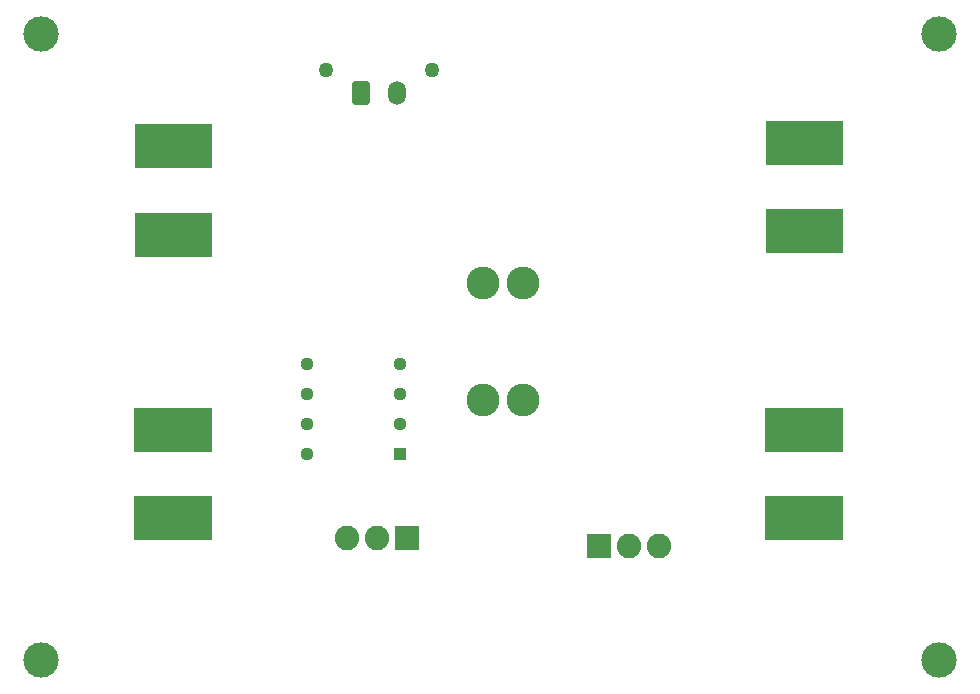
<source format=gbs>
G04 #@! TF.GenerationSoftware,KiCad,Pcbnew,(6.0.7)*
G04 #@! TF.CreationDate,2023-01-28T12:42:34-06:00*
G04 #@! TF.ProjectId,Power-Secondary,506f7765-722d-4536-9563-6f6e64617279,rev?*
G04 #@! TF.SameCoordinates,Original*
G04 #@! TF.FileFunction,Soldermask,Bot*
G04 #@! TF.FilePolarity,Negative*
%FSLAX46Y46*%
G04 Gerber Fmt 4.6, Leading zero omitted, Abs format (unit mm)*
G04 Created by KiCad (PCBNEW (6.0.7)) date 2023-01-28 12:42:34*
%MOMM*%
%LPD*%
G01*
G04 APERTURE LIST*
G04 Aperture macros list*
%AMRoundRect*
0 Rectangle with rounded corners*
0 $1 Rounding radius*
0 $2 $3 $4 $5 $6 $7 $8 $9 X,Y pos of 4 corners*
0 Add a 4 corners polygon primitive as box body*
4,1,4,$2,$3,$4,$5,$6,$7,$8,$9,$2,$3,0*
0 Add four circle primitives for the rounded corners*
1,1,$1+$1,$2,$3*
1,1,$1+$1,$4,$5*
1,1,$1+$1,$6,$7*
1,1,$1+$1,$8,$9*
0 Add four rect primitives between the rounded corners*
20,1,$1+$1,$2,$3,$4,$5,0*
20,1,$1+$1,$4,$5,$6,$7,0*
20,1,$1+$1,$6,$7,$8,$9,0*
20,1,$1+$1,$8,$9,$2,$3,0*%
G04 Aperture macros list end*
%ADD10O,1.500000X2.020000*%
%ADD11RoundRect,0.250001X-0.499999X-0.759999X0.499999X-0.759999X0.499999X0.759999X-0.499999X0.759999X0*%
%ADD12C,1.270000*%
%ADD13R,3.430000X3.780000*%
%ADD14C,2.780000*%
%ADD15C,3.000000*%
%ADD16R,2.085000X2.085000*%
%ADD17C,2.085000*%
%ADD18C,1.130000*%
%ADD19R,1.130000X1.130000*%
G04 APERTURE END LIST*
D10*
X140000000Y-76000000D03*
D11*
X137000000Y-76000000D03*
D12*
X143000000Y-74040000D03*
X134000000Y-74040000D03*
D13*
X172910000Y-80195000D03*
X176090000Y-80195000D03*
X176090000Y-87685000D03*
X172910000Y-87685000D03*
X119460000Y-111980000D03*
X122640000Y-111980000D03*
X122640000Y-104490000D03*
X119460000Y-104490000D03*
X176050000Y-104470000D03*
X172870000Y-104470000D03*
X172870000Y-111960000D03*
X176050000Y-111960000D03*
D14*
X150700000Y-92040000D03*
X147300000Y-92040000D03*
X150700000Y-101960000D03*
X147300000Y-101960000D03*
D15*
X109870000Y-70960000D03*
D16*
X140870000Y-113640000D03*
D17*
X138330000Y-113640000D03*
X135790000Y-113640000D03*
D15*
X185870000Y-123960000D03*
D16*
X157140000Y-114310000D03*
D17*
X159680000Y-114310000D03*
X162220000Y-114310000D03*
D15*
X185870000Y-70960000D03*
X109870000Y-123960000D03*
D13*
X122680000Y-87960000D03*
X119500000Y-87960000D03*
X119500000Y-80470000D03*
X122680000Y-80470000D03*
D18*
X132360000Y-106545000D03*
X132360000Y-104005000D03*
X132360000Y-101465000D03*
X132360000Y-98925000D03*
X140300000Y-98925000D03*
X140300000Y-101465000D03*
X140300000Y-104005000D03*
D19*
X140300000Y-106545000D03*
M02*

</source>
